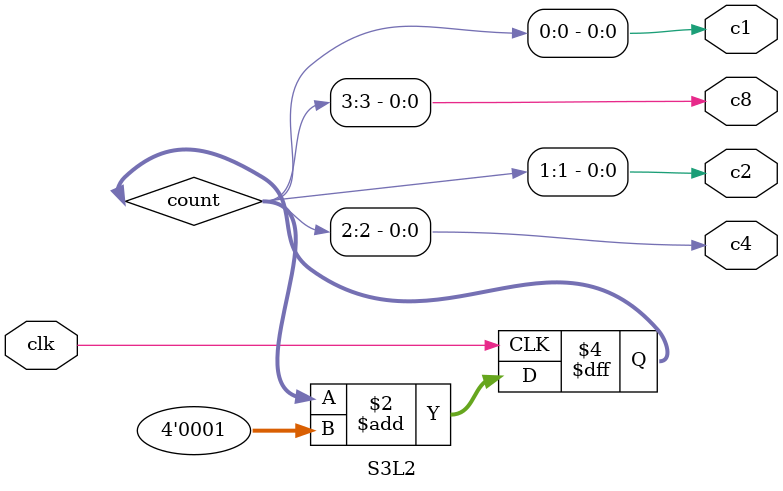
<source format=v>

module S3L2 (clk, c8, c4, c2, c1);
input clk;
output c8, c4, c2, c1;
reg [3:0] count;
initial begin
count = 0;
end
always @(posedge clk) begin
count = count + 4'b0001;
end
assign c8 = count[3];
assign c4 = count[2];
assign c2 = count[1];
assign c1 = count[0];
endmodule 
</source>
